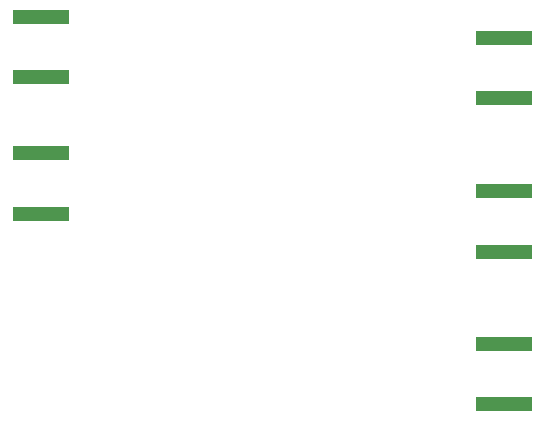
<source format=gbr>
%TF.GenerationSoftware,KiCad,Pcbnew,8.0.6*%
%TF.CreationDate,2024-11-09T22:42:30+08:00*%
%TF.ProjectId,usb_si5351_gpsdo,7573625f-7369-4353-9335-315f67707364,rev?*%
%TF.SameCoordinates,Original*%
%TF.FileFunction,Paste,Bot*%
%TF.FilePolarity,Positive*%
%FSLAX46Y46*%
G04 Gerber Fmt 4.6, Leading zero omitted, Abs format (unit mm)*
G04 Created by KiCad (PCBNEW 8.0.6) date 2024-11-09 22:42:30*
%MOMM*%
%LPD*%
G01*
G04 APERTURE LIST*
%ADD10R,4.800000X1.200000*%
G04 APERTURE END LIST*
D10*
%TO.C,J8*%
X142912500Y-100350000D03*
X142912500Y-95250000D03*
%TD*%
%TO.C,J2*%
X182087500Y-85450000D03*
X182087500Y-90550000D03*
%TD*%
%TO.C,J1*%
X142912500Y-88800000D03*
X142912500Y-83700000D03*
%TD*%
%TO.C,J4*%
X182087500Y-111350000D03*
X182087500Y-116450000D03*
%TD*%
%TO.C,J3*%
X182087500Y-98450000D03*
X182087500Y-103550000D03*
%TD*%
M02*

</source>
